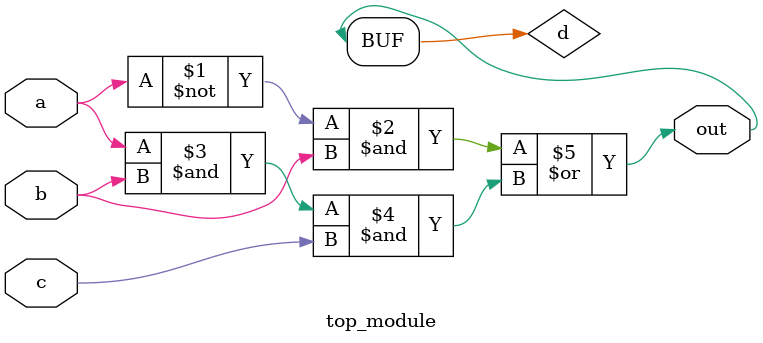
<source format=sv>
module top_module(
    input a, 
    input b,
    input c,
    output out
);

// defining intermediate wires for implementing the Karnaugh map
wire d;

// implementing the logic using the Karnaugh map
assign d = (~a & b) | (a & b & c);

// assigning the output
assign out = d;

endmodule

</source>
